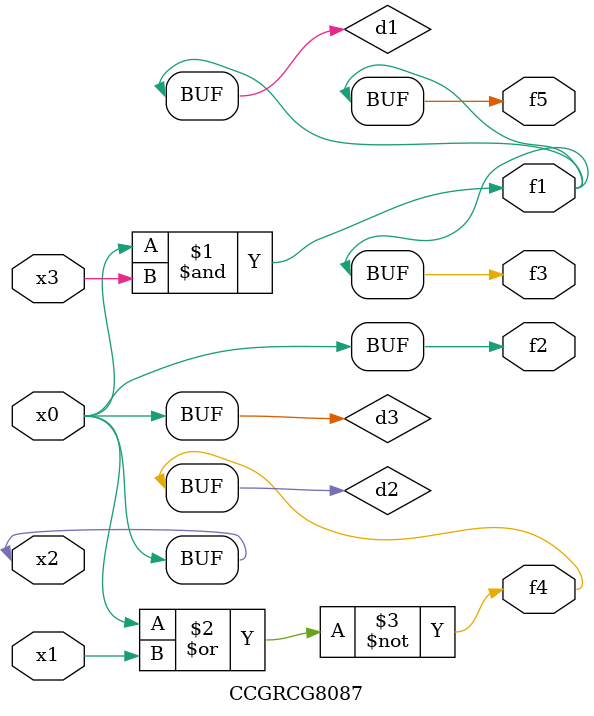
<source format=v>
module CCGRCG8087(
	input x0, x1, x2, x3,
	output f1, f2, f3, f4, f5
);

	wire d1, d2, d3;

	and (d1, x2, x3);
	nor (d2, x0, x1);
	buf (d3, x0, x2);
	assign f1 = d1;
	assign f2 = d3;
	assign f3 = d1;
	assign f4 = d2;
	assign f5 = d1;
endmodule

</source>
